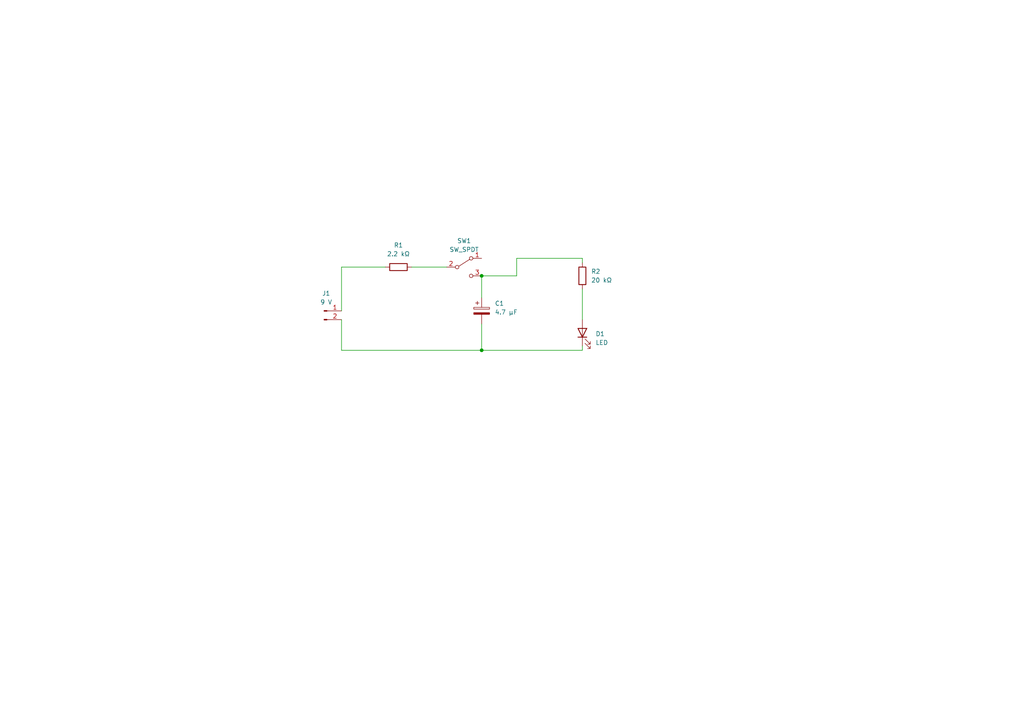
<source format=kicad_sch>
(kicad_sch (version 20211123) (generator eeschema)
  (paper "A4")
  (lib_symbols
    (symbol "Connector:Conn_01x02_Male" (pin_names (offset 1.016) hide)
      (property "Reference" "J" (at 0 2.54 0))
      (property "Value" "Conn_01x02_Male" (at 0 -5.08 0))
      (symbol "Conn_01x02_Male_1_1"
        (polyline (pts (xy 1.27 -2.54) (xy 0.8636 -2.54)) (stroke (width 0.1524)))
        (polyline (pts (xy 1.27 0) (xy 0.8636 0)) (stroke (width 0.1524)))
        (rectangle (start 0.8636 -2.413) (end 0 -2.667) (stroke (width 0.1524)) (fill (type outline)))
        (rectangle (start 0.8636 0.127) (end 0 -0.127) (stroke (width 0.1524)) (fill (type outline)))
        (pin passive line (at 5.08 0 180) (length 3.81) (name "Pin_1") (number "1"))
        (pin passive line (at 5.08 -2.54 180) (length 3.81) (name "Pin_2") (number "2"))
      )
    )
    (symbol "Device:C_Polarized" (pin_numbers hide) (pin_names (offset 0.254))
      (property "Reference" "C" (at 0.635 2.54 0))
      (property "Value" "C_Polarized" (at 0.635 -2.54 0))
      (symbol "C_Polarized_0_1"
        (rectangle (start -2.286 0.508) (end 2.286 1.016))
        (polyline (pts (xy -1.778 2.286) (xy -0.762 2.286)))
        (polyline (pts (xy -1.27 2.794) (xy -1.27 1.778)))
        (rectangle (start 2.286 -0.508) (end -2.286 -1.016) (fill (type outline)))
      )
      (symbol "C_Polarized_1_1"
        (pin passive line (at 0 3.81 270) (length 2.794) (name "~") (number "1"))
        (pin passive line (at 0 -3.81 90) (length 2.794) (name "~") (number "2"))
      )
    )
    (symbol "Device:LED" (pin_numbers hide) (pin_names (offset 1.016) hide)
      (property "Reference" "D" (at 0 2.54 0))
      (property "Value" "LED" (at 0 -2.54 0))
      (symbol "LED_0_1"
        (polyline (pts (xy -1.27 -1.27) (xy -1.27 1.27)) (stroke (width 0.254)))
        (polyline (pts (xy -1.27 0) (xy 1.27 0)))
        (polyline (pts (xy 1.27 -1.27) (xy 1.27 1.27) (xy -1.27 0) (xy 1.27 -1.27)) (stroke (width 0.254)))
        (polyline (pts (xy -3.048 -0.762) (xy -4.572 -2.286) (xy -3.81 -2.286) (xy -4.572 -2.286) (xy -4.572 -1.524)))
        (polyline (pts (xy -1.778 -0.762) (xy -3.302 -2.286) (xy -2.54 -2.286) (xy -3.302 -2.286) (xy -3.302 -1.524)))
      )
      (symbol "LED_1_1"
        (pin passive line (at -3.81 0 0) (length 2.54) (name "K") (number "1"))
        (pin passive line (at 3.81 0 180) (length 2.54) (name "A") (number "2"))
      )
    )
    (symbol "Device:R" (pin_numbers hide) (pin_names (offset 0))
      (property "Reference" "R" (at 2.032 0 90))
      (property "Value" "R" (at 0 0 90))
      (symbol "R_0_1"
        (rectangle (start -1.016 -2.54) (end 1.016 2.54) (stroke (width 0.254)))
      )
      (symbol "R_1_1"
        (pin passive line (at 0 3.81 270) (length 1.27) (name "~") (number "1"))
        (pin passive line (at 0 -3.81 90) (length 1.27) (name "~") (number "2"))
      )
    )
    (symbol "Switch:SW_SPDT" (pin_names (offset 0) hide)
      (property "Reference" "SW" (at 0 4.318 0))
      (property "Value" "SW_SPDT" (at 0 -5.08 0))
      (symbol "SW_SPDT_0_0"
        (circle (center -2.032 0) (radius 0.508))
        (circle (center 2.032 -2.54) (radius 0.508))
      )
      (symbol "SW_SPDT_0_1"
        (polyline (pts (xy -1.524 0.254) (xy 1.651 2.286)))
        (circle (center 2.032 2.54) (radius 0.508))
      )
      (symbol "SW_SPDT_1_1"
        (pin passive line (at 5.08 2.54 180) (length 2.54) (name "A") (number "1"))
        (pin passive line (at -5.08 0 0) (length 2.54) (name "B") (number "2"))
        (pin passive line (at 5.08 -2.54 180) (length 2.54) (name "C") (number "3"))
      )
    )
  )
  (junction (at 139.7 80.01))
  (junction (at 139.7 101.6))
  (wire (pts (xy 168.91 100.33) (xy 168.91 101.6)))
  (wire (pts (xy 99.06 77.47) (xy 111.76 77.47)))
  (wire (pts (xy 149.86 80.01) (xy 139.7 80.01)))
  (wire (pts (xy 99.06 101.6) (xy 99.06 92.71)))
  (wire (pts (xy 149.86 74.93) (xy 149.86 80.01)))
  (wire (pts (xy 139.7 101.6) (xy 99.06 101.6)))
  (wire (pts (xy 168.91 74.93) (xy 149.86 74.93)))
  (wire (pts (xy 139.7 80.01) (xy 139.7 86.36)))
  (wire (pts (xy 119.38 77.47) (xy 129.54 77.47)))
  (wire (pts (xy 168.91 83.82) (xy 168.91 92.71)))
  (wire (pts (xy 139.7 93.98) (xy 139.7 101.6)))
  (wire (pts (xy 168.91 76.2) (xy 168.91 74.93)))
  (wire (pts (xy 139.7 101.6) (xy 168.91 101.6)))
  (wire (pts (xy 99.06 90.17) (xy 99.06 77.47)))
  (symbol (lib_id "Device:C_Polarized") (at 139.7 90.17 0) (unit 1)
    (property "Reference" "C1" (at 143.51 88.0109 0) (effects (justify left)))
    (property "Value" "4.7 µF" (at 143.51 90.5509 0) (effects (justify left)))
    (property "Footprint" "Capacitor_THT:C_Radial_D5.0mm_H5.0mm_P2.00mm" (effects hide))
  )
  (symbol (lib_id "Device:LED") (at 168.91 96.52 90) (unit 1)
    (property "Reference" "D1" (at 172.72 96.8374 90) (effects (justify right)))
    (property "Value" "LED" (at 172.72 99.3774 90) (effects (justify right)))
    (property "Footprint" "LED_THT:LED_D5.0mm" (effects hide))
  )
  (symbol (lib_id "Device:R") (at 168.91 80.01 0) (unit 1)
    (property "Reference" "R2" (at 171.45 78.7399 0) (effects (justify left)))
    (property "Value" "20 kΩ" (at 171.45 81.2799 0) (effects (justify left)))
    (property "Footprint" "Resistor_THT:R_Axial_DIN0516_L15.5mm_D5.0mm_P20.32mm_Horizontal" (effects hide))
  )
  (symbol (lib_id "Switch:SW_SPDT") (at 134.62 77.47 0) (unit 1)
    (property "Reference" "SW1" (at 134.62 69.85 0))
    (property "Value" "SW_SPDT" (at 134.62 72.39 0))
    (property "Footprint" "Button_Switch_THT:SW_E-Switch_EG1224_SPDT_Angled" (effects hide))
  )
  (symbol (lib_id "Connector:Conn_01x02_Male") (at 93.98 90.17 0) (unit 1)
    (property "Reference" "J1" (at 94.615 85.09 0))
    (property "Value" "9 V" (at 94.615 87.63 0))
    (property "Footprint" "Connector_JST:JST_PH_B2B-PH-K_1x02_P2.00mm_Vertical" (effects hide))
  )
  (symbol (lib_id "Device:R") (at 115.57 77.47 90) (unit 1)
    (property "Reference" "R1" (at 115.57 71.12 90))
    (property "Value" "2.2 kΩ" (at 115.57 73.66 90))
    (property "Footprint" "Resistor_THT:R_Axial_DIN0516_L15.5mm_D5.0mm_P20.32mm_Horizontal" (effects hide))
  )
)
</source>
